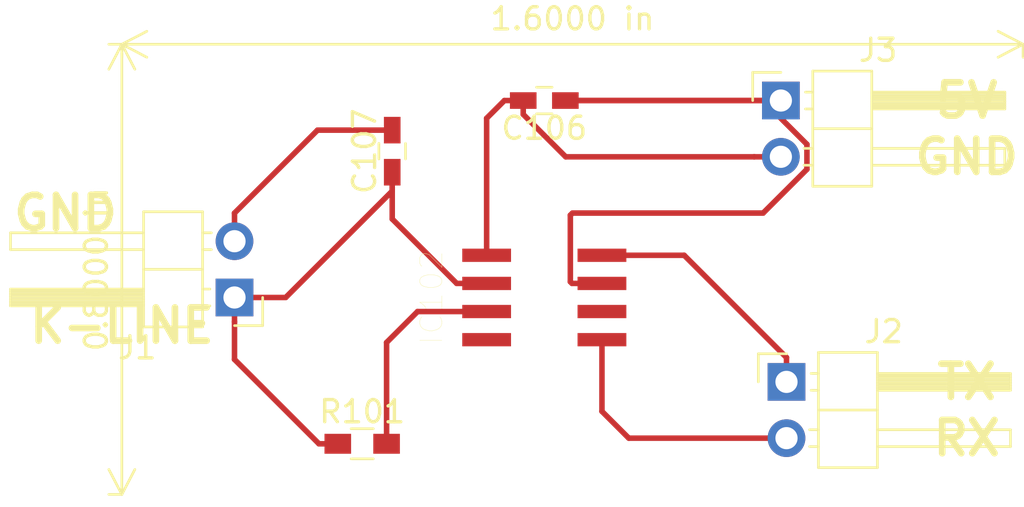
<source format=kicad_pcb>
(kicad_pcb (version 20171130) (host pcbnew "(5.1.5)-3")

  (general
    (thickness 1.6)
    (drawings 8)
    (tracks 39)
    (zones 0)
    (modules 7)
    (nets 10)
  )

  (page User 132.004 110.007)
  (title_block
    (title "K-Line Board")
    (date 2020-02-04)
    (rev 1.0Beta)
  )

  (layers
    (0 F.Cu signal)
    (31 B.Cu signal)
    (32 B.Adhes user)
    (33 F.Adhes user)
    (34 B.Paste user)
    (35 F.Paste user)
    (36 B.SilkS user)
    (37 F.SilkS user)
    (38 B.Mask user)
    (39 F.Mask user)
    (40 Dwgs.User user)
    (41 Cmts.User user)
    (42 Eco1.User user)
    (43 Eco2.User user)
    (44 Edge.Cuts user)
    (45 Margin user)
    (46 B.CrtYd user)
    (47 F.CrtYd user)
    (48 B.Fab user)
    (49 F.Fab user)
  )

  (setup
    (last_trace_width 0.25)
    (trace_clearance 0.2)
    (zone_clearance 0.508)
    (zone_45_only no)
    (trace_min 0.2)
    (via_size 0.8)
    (via_drill 0.4)
    (via_min_size 0.4)
    (via_min_drill 0.3)
    (uvia_size 0.3)
    (uvia_drill 0.1)
    (uvias_allowed no)
    (uvia_min_size 0.2)
    (uvia_min_drill 0.1)
    (edge_width 0.05)
    (segment_width 0.2)
    (pcb_text_width 0.3)
    (pcb_text_size 1.5 1.5)
    (mod_edge_width 0.12)
    (mod_text_size 1 1)
    (mod_text_width 0.15)
    (pad_size 1.524 1.524)
    (pad_drill 0.762)
    (pad_to_mask_clearance 0.051)
    (solder_mask_min_width 0.25)
    (aux_axis_origin 0 0)
    (visible_elements 7FFFFFFF)
    (pcbplotparams
      (layerselection 0x010fc_ffffffff)
      (usegerberextensions false)
      (usegerberattributes false)
      (usegerberadvancedattributes false)
      (creategerberjobfile false)
      (excludeedgelayer true)
      (linewidth 0.100000)
      (plotframeref false)
      (viasonmask false)
      (mode 1)
      (useauxorigin false)
      (hpglpennumber 1)
      (hpglpenspeed 20)
      (hpglpendiameter 15.000000)
      (psnegative false)
      (psa4output false)
      (plotreference true)
      (plotvalue true)
      (plotinvisibletext false)
      (padsonsilk false)
      (subtractmaskfromsilk false)
      (outputformat 1)
      (mirror false)
      (drillshape 1)
      (scaleselection 1)
      (outputdirectory ""))
  )

  (net 0 "")
  (net 1 /K-LINE)
  (net 2 "Net-(IC102-Pad2)")
  (net 3 /VIN)
  (net 4 /RXD)
  (net 5 /TXD)
  (net 6 "Net-(IC102-Pad8)")
  (net 7 /GND)
  (net 8 "Net-(C107-Pad2)")
  (net 9 /5V)

  (net_class Default "This is the default net class."
    (clearance 0.2)
    (trace_width 0.25)
    (via_dia 0.8)
    (via_drill 0.4)
    (uvia_dia 0.3)
    (uvia_drill 0.1)
    (add_net /5V)
    (add_net /GND)
    (add_net /K-LINE)
    (add_net /RXD)
    (add_net /TXD)
    (add_net /VIN)
    (add_net "Net-(C107-Pad2)")
    (add_net "Net-(IC102-Pad2)")
    (add_net "Net-(IC102-Pad8)")
  )

  (module Resistors_SMD:R_0603_HandSoldering (layer F.Cu) (tedit 58E0A804) (tstamp 5E37DBBC)
    (at 60.368 45.974)
    (descr "Resistor SMD 0603, hand soldering")
    (tags "resistor 0603")
    (path /5E383EC1)
    (attr smd)
    (fp_text reference R101 (at 0 -1.45) (layer F.SilkS)
      (effects (font (size 1 1) (thickness 0.15)))
    )
    (fp_text value 510ohms (at 0 1.55) (layer F.Fab)
      (effects (font (size 1 1) (thickness 0.15)))
    )
    (fp_text user %R (at -0.17 0) (layer F.Fab)
      (effects (font (size 0.4 0.4) (thickness 0.075)))
    )
    (fp_line (start -0.8 0.4) (end -0.8 -0.4) (layer F.Fab) (width 0.1))
    (fp_line (start 0.8 0.4) (end -0.8 0.4) (layer F.Fab) (width 0.1))
    (fp_line (start 0.8 -0.4) (end 0.8 0.4) (layer F.Fab) (width 0.1))
    (fp_line (start -0.8 -0.4) (end 0.8 -0.4) (layer F.Fab) (width 0.1))
    (fp_line (start 0.5 0.68) (end -0.5 0.68) (layer F.SilkS) (width 0.12))
    (fp_line (start -0.5 -0.68) (end 0.5 -0.68) (layer F.SilkS) (width 0.12))
    (fp_line (start -1.96 -0.7) (end 1.95 -0.7) (layer F.CrtYd) (width 0.05))
    (fp_line (start -1.96 -0.7) (end -1.96 0.7) (layer F.CrtYd) (width 0.05))
    (fp_line (start 1.95 0.7) (end 1.95 -0.7) (layer F.CrtYd) (width 0.05))
    (fp_line (start 1.95 0.7) (end -1.96 0.7) (layer F.CrtYd) (width 0.05))
    (pad 1 smd rect (at -1.1 0) (size 1.2 0.9) (layers F.Cu F.Paste F.Mask)
      (net 1 /K-LINE))
    (pad 2 smd rect (at 1.1 0) (size 1.2 0.9) (layers F.Cu F.Paste F.Mask)
      (net 3 /VIN))
    (model ${KISYS3DMOD}/Resistors_SMD.3dshapes/R_0603.wrl
      (at (xyz 0 0 0))
      (scale (xyz 1 1 1))
      (rotate (xyz 0 0 0))
    )
  )

  (module Capacitors_SMD:C_0603_HandSoldering (layer F.Cu) (tedit 58AA848B) (tstamp 5E37DB9A)
    (at 61.722 32.766 90)
    (descr "Capacitor SMD 0603, hand soldering")
    (tags "capacitor 0603")
    (path /5E3892A6)
    (attr smd)
    (fp_text reference C107 (at 0 -1.25 90) (layer F.SilkS)
      (effects (font (size 1 1) (thickness 0.15)))
    )
    (fp_text value 10nf (at 0 1.5 90) (layer F.Fab)
      (effects (font (size 1 1) (thickness 0.15)))
    )
    (fp_text user %R (at 0 -1.25 90) (layer F.Fab)
      (effects (font (size 1 1) (thickness 0.15)))
    )
    (fp_line (start -0.8 0.4) (end -0.8 -0.4) (layer F.Fab) (width 0.1))
    (fp_line (start 0.8 0.4) (end -0.8 0.4) (layer F.Fab) (width 0.1))
    (fp_line (start 0.8 -0.4) (end 0.8 0.4) (layer F.Fab) (width 0.1))
    (fp_line (start -0.8 -0.4) (end 0.8 -0.4) (layer F.Fab) (width 0.1))
    (fp_line (start -0.35 -0.6) (end 0.35 -0.6) (layer F.SilkS) (width 0.12))
    (fp_line (start 0.35 0.6) (end -0.35 0.6) (layer F.SilkS) (width 0.12))
    (fp_line (start -1.8 -0.65) (end 1.8 -0.65) (layer F.CrtYd) (width 0.05))
    (fp_line (start -1.8 -0.65) (end -1.8 0.65) (layer F.CrtYd) (width 0.05))
    (fp_line (start 1.8 0.65) (end 1.8 -0.65) (layer F.CrtYd) (width 0.05))
    (fp_line (start 1.8 0.65) (end -1.8 0.65) (layer F.CrtYd) (width 0.05))
    (pad 1 smd rect (at -0.95 0 90) (size 1.2 0.75) (layers F.Cu F.Paste F.Mask)
      (net 1 /K-LINE))
    (pad 2 smd rect (at 0.95 0 90) (size 1.2 0.75) (layers F.Cu F.Paste F.Mask)
      (net 8 "Net-(C107-Pad2)"))
    (model Capacitors_SMD.3dshapes/C_0603.wrl
      (at (xyz 0 0 0))
      (scale (xyz 1 1 1))
      (rotate (xyz 0 0 0))
    )
  )

  (module Capacitors_SMD:C_0603_HandSoldering (layer F.Cu) (tedit 58AA848B) (tstamp 5E37DB97)
    (at 68.58 30.48 180)
    (descr "Capacitor SMD 0603, hand soldering")
    (tags "capacitor 0603")
    (path /5E38533E)
    (attr smd)
    (fp_text reference C106 (at 0 -1.25) (layer F.SilkS)
      (effects (font (size 1 1) (thickness 0.15)))
    )
    (fp_text value 10nf (at 0 1.5) (layer F.Fab)
      (effects (font (size 1 1) (thickness 0.15)))
    )
    (fp_text user %R (at 0 -1.25) (layer F.Fab)
      (effects (font (size 1 1) (thickness 0.15)))
    )
    (fp_line (start -0.8 0.4) (end -0.8 -0.4) (layer F.Fab) (width 0.1))
    (fp_line (start 0.8 0.4) (end -0.8 0.4) (layer F.Fab) (width 0.1))
    (fp_line (start 0.8 -0.4) (end 0.8 0.4) (layer F.Fab) (width 0.1))
    (fp_line (start -0.8 -0.4) (end 0.8 -0.4) (layer F.Fab) (width 0.1))
    (fp_line (start -0.35 -0.6) (end 0.35 -0.6) (layer F.SilkS) (width 0.12))
    (fp_line (start 0.35 0.6) (end -0.35 0.6) (layer F.SilkS) (width 0.12))
    (fp_line (start -1.8 -0.65) (end 1.8 -0.65) (layer F.CrtYd) (width 0.05))
    (fp_line (start -1.8 -0.65) (end -1.8 0.65) (layer F.CrtYd) (width 0.05))
    (fp_line (start 1.8 0.65) (end 1.8 -0.65) (layer F.CrtYd) (width 0.05))
    (fp_line (start 1.8 0.65) (end -1.8 0.65) (layer F.CrtYd) (width 0.05))
    (pad 1 smd rect (at -0.95 0 180) (size 1.2 0.75) (layers F.Cu F.Paste F.Mask)
      (net 9 /5V))
    (pad 2 smd rect (at 0.95 0 180) (size 1.2 0.75) (layers F.Cu F.Paste F.Mask)
      (net 7 /GND))
    (model Capacitors_SMD.3dshapes/C_0603.wrl
      (at (xyz 0 0 0))
      (scale (xyz 1 1 1))
      (rotate (xyz 0 0 0))
    )
  )

  (module L9637D:SO08 (layer F.Cu) (tedit 5E37D563) (tstamp 5E37DBB9)
    (at 68.58 39.37 90)
    (descr "<b>SMALL OUTLINE INTEGRATED CIRCUIT</b><p>body 3.9 mm/JEDEC MS-012AA")
    (path /5E37D758)
    (fp_text reference IC102 (at 0 -5.08 270) (layer F.SilkS)
      (effects (font (size 1.001433 1.001433) (thickness 0.015)))
    )
    (fp_text value L9637D (at 0 5.08 270) (layer F.Fab)
      (effects (font (size 1.000181 1.000181) (thickness 0.015)))
    )
    (fp_line (start -2.9 -3.9) (end 2.9 -3.9) (layer F.CrtYd) (width 0.1998))
    (fp_line (start 2.9 -3.9) (end 2.9 3.9) (layer F.CrtYd) (width 0.1998))
    (fp_line (start 2.9 3.9) (end -2.9 3.9) (layer F.CrtYd) (width 0.1998))
    (fp_line (start -2.9 3.9) (end -2.9 -3.9) (layer F.CrtYd) (width 0.1998))
    (fp_line (start 2.4 -1.9) (end 2.4 1.4) (layer F.Fab) (width 0.2032))
    (fp_line (start 2.4 1.4) (end 2.4 1.9) (layer F.Fab) (width 0.2032))
    (fp_line (start 2.4 1.9) (end -2.4 1.9) (layer F.Fab) (width 0.2032))
    (fp_line (start -2.4 1.9) (end -2.4 1.4) (layer F.Fab) (width 0.2032))
    (fp_line (start -2.4 1.4) (end -2.4 -1.9) (layer F.Fab) (width 0.2032))
    (fp_line (start -2.4 -1.9) (end 2.4 -1.9) (layer F.Fab) (width 0.2032))
    (fp_line (start 2.4 1.4) (end -2.4 1.4) (layer F.Fab) (width 0.2032))
    (fp_poly (pts (xy -2.15184 2) (xy -1.6599 2) (xy -1.6599 3.10261) (xy -2.15184 3.10261)) (layer F.Fab) (width 0.01))
    (fp_poly (pts (xy -0.88135 2) (xy -0.3899 2) (xy -0.3899 3.1045) (xy -0.88135 3.1045)) (layer F.Fab) (width 0.01))
    (fp_poly (pts (xy 0.39014 2) (xy 0.8801 2) (xy 0.8801 3.10201) (xy 0.39014 3.10201)) (layer F.Fab) (width 0.01))
    (fp_poly (pts (xy 1.66282 2) (xy 2.1501 2) (xy 2.1501 3.10556) (xy 1.66282 3.10556)) (layer F.Fab) (width 0.01))
    (fp_poly (pts (xy 1.66099 -3.1001) (xy 2.1501 -3.1001) (xy 2.1501 -2.00131) (xy 1.66099 -2.00131)) (layer F.Fab) (width 0.01))
    (fp_poly (pts (xy 0.390589 -3.1001) (xy 0.8801 -3.1001) (xy 0.8801 -2.00354) (xy 0.390589 -2.00354)) (layer F.Fab) (width 0.01))
    (fp_poly (pts (xy -0.881445 -3.1001) (xy -0.3899 -3.1001) (xy -0.3899 -2.00306) (xy -0.881445 -2.00306)) (layer F.Fab) (width 0.01))
    (fp_poly (pts (xy -2.151 -3.1001) (xy -1.6599 -3.1001) (xy -1.6599 -2.00084) (xy -2.151 -2.00084)) (layer F.Fab) (width 0.01))
    (pad 2 smd rect (at -0.635 2.6 90) (size 0.6 2.2) (layers F.Cu F.Paste F.Mask)
      (net 2 "Net-(IC102-Pad2)"))
    (pad 7 smd rect (at -0.635 -2.6 90) (size 0.6 2.2) (layers F.Cu F.Paste F.Mask)
      (net 3 /VIN))
    (pad 1 smd rect (at -1.905 2.6 90) (size 0.6 2.2) (layers F.Cu F.Paste F.Mask)
      (net 4 /RXD))
    (pad 3 smd rect (at 0.635 2.6 90) (size 0.6 2.2) (layers F.Cu F.Paste F.Mask)
      (net 9 /5V))
    (pad 4 smd rect (at 1.905 2.6 90) (size 0.6 2.2) (layers F.Cu F.Paste F.Mask)
      (net 5 /TXD))
    (pad 8 smd rect (at -1.905 -2.6 90) (size 0.6 2.2) (layers F.Cu F.Paste F.Mask)
      (net 6 "Net-(IC102-Pad8)"))
    (pad 6 smd rect (at 0.635 -2.6 90) (size 0.6 2.2) (layers F.Cu F.Paste F.Mask)
      (net 1 /K-LINE))
    (pad 5 smd rect (at 1.905 -2.6 90) (size 0.6 2.2) (layers F.Cu F.Paste F.Mask)
      (net 7 /GND))
  )

  (module Pin_Headers:Pin_Header_Angled_1x02_Pitch2.54mm (layer F.Cu) (tedit 59650532) (tstamp 5E38096F)
    (at 54.61 39.37 180)
    (descr "Through hole angled pin header, 1x02, 2.54mm pitch, 6mm pin length, single row")
    (tags "Through hole angled pin header THT 1x02 2.54mm single row")
    (path /5E392754)
    (fp_text reference J1 (at 4.385 -2.27) (layer F.SilkS)
      (effects (font (size 1 1) (thickness 0.15)))
    )
    (fp_text value K-Line (at 4.385 4.81) (layer F.Fab)
      (effects (font (size 1 1) (thickness 0.15)))
    )
    (fp_text user %R (at 2.77 1.27 90) (layer F.Fab)
      (effects (font (size 1 1) (thickness 0.15)))
    )
    (fp_line (start 10.55 -1.8) (end -1.8 -1.8) (layer F.CrtYd) (width 0.05))
    (fp_line (start 10.55 4.35) (end 10.55 -1.8) (layer F.CrtYd) (width 0.05))
    (fp_line (start -1.8 4.35) (end 10.55 4.35) (layer F.CrtYd) (width 0.05))
    (fp_line (start -1.8 -1.8) (end -1.8 4.35) (layer F.CrtYd) (width 0.05))
    (fp_line (start -1.27 -1.27) (end 0 -1.27) (layer F.SilkS) (width 0.12))
    (fp_line (start -1.27 0) (end -1.27 -1.27) (layer F.SilkS) (width 0.12))
    (fp_line (start 1.042929 2.92) (end 1.44 2.92) (layer F.SilkS) (width 0.12))
    (fp_line (start 1.042929 2.16) (end 1.44 2.16) (layer F.SilkS) (width 0.12))
    (fp_line (start 10.1 2.92) (end 4.1 2.92) (layer F.SilkS) (width 0.12))
    (fp_line (start 10.1 2.16) (end 10.1 2.92) (layer F.SilkS) (width 0.12))
    (fp_line (start 4.1 2.16) (end 10.1 2.16) (layer F.SilkS) (width 0.12))
    (fp_line (start 1.44 1.27) (end 4.1 1.27) (layer F.SilkS) (width 0.12))
    (fp_line (start 1.11 0.38) (end 1.44 0.38) (layer F.SilkS) (width 0.12))
    (fp_line (start 1.11 -0.38) (end 1.44 -0.38) (layer F.SilkS) (width 0.12))
    (fp_line (start 4.1 0.28) (end 10.1 0.28) (layer F.SilkS) (width 0.12))
    (fp_line (start 4.1 0.16) (end 10.1 0.16) (layer F.SilkS) (width 0.12))
    (fp_line (start 4.1 0.04) (end 10.1 0.04) (layer F.SilkS) (width 0.12))
    (fp_line (start 4.1 -0.08) (end 10.1 -0.08) (layer F.SilkS) (width 0.12))
    (fp_line (start 4.1 -0.2) (end 10.1 -0.2) (layer F.SilkS) (width 0.12))
    (fp_line (start 4.1 -0.32) (end 10.1 -0.32) (layer F.SilkS) (width 0.12))
    (fp_line (start 10.1 0.38) (end 4.1 0.38) (layer F.SilkS) (width 0.12))
    (fp_line (start 10.1 -0.38) (end 10.1 0.38) (layer F.SilkS) (width 0.12))
    (fp_line (start 4.1 -0.38) (end 10.1 -0.38) (layer F.SilkS) (width 0.12))
    (fp_line (start 4.1 -1.33) (end 1.44 -1.33) (layer F.SilkS) (width 0.12))
    (fp_line (start 4.1 3.87) (end 4.1 -1.33) (layer F.SilkS) (width 0.12))
    (fp_line (start 1.44 3.87) (end 4.1 3.87) (layer F.SilkS) (width 0.12))
    (fp_line (start 1.44 -1.33) (end 1.44 3.87) (layer F.SilkS) (width 0.12))
    (fp_line (start 4.04 2.86) (end 10.04 2.86) (layer F.Fab) (width 0.1))
    (fp_line (start 10.04 2.22) (end 10.04 2.86) (layer F.Fab) (width 0.1))
    (fp_line (start 4.04 2.22) (end 10.04 2.22) (layer F.Fab) (width 0.1))
    (fp_line (start -0.32 2.86) (end 1.5 2.86) (layer F.Fab) (width 0.1))
    (fp_line (start -0.32 2.22) (end -0.32 2.86) (layer F.Fab) (width 0.1))
    (fp_line (start -0.32 2.22) (end 1.5 2.22) (layer F.Fab) (width 0.1))
    (fp_line (start 4.04 0.32) (end 10.04 0.32) (layer F.Fab) (width 0.1))
    (fp_line (start 10.04 -0.32) (end 10.04 0.32) (layer F.Fab) (width 0.1))
    (fp_line (start 4.04 -0.32) (end 10.04 -0.32) (layer F.Fab) (width 0.1))
    (fp_line (start -0.32 0.32) (end 1.5 0.32) (layer F.Fab) (width 0.1))
    (fp_line (start -0.32 -0.32) (end -0.32 0.32) (layer F.Fab) (width 0.1))
    (fp_line (start -0.32 -0.32) (end 1.5 -0.32) (layer F.Fab) (width 0.1))
    (fp_line (start 1.5 -0.635) (end 2.135 -1.27) (layer F.Fab) (width 0.1))
    (fp_line (start 1.5 3.81) (end 1.5 -0.635) (layer F.Fab) (width 0.1))
    (fp_line (start 4.04 3.81) (end 1.5 3.81) (layer F.Fab) (width 0.1))
    (fp_line (start 4.04 -1.27) (end 4.04 3.81) (layer F.Fab) (width 0.1))
    (fp_line (start 2.135 -1.27) (end 4.04 -1.27) (layer F.Fab) (width 0.1))
    (pad 2 thru_hole oval (at 0 2.54 180) (size 1.7 1.7) (drill 1) (layers *.Cu *.Mask)
      (net 8 "Net-(C107-Pad2)"))
    (pad 1 thru_hole rect (at 0 0 180) (size 1.7 1.7) (drill 1) (layers *.Cu *.Mask)
      (net 1 /K-LINE))
    (model ${KISYS3DMOD}/Pin_Headers.3dshapes/Pin_Header_Angled_1x02_Pitch2.54mm.wrl
      (at (xyz 0 0 0))
      (scale (xyz 1 1 1))
      (rotate (xyz 0 0 0))
    )
  )

  (module Pin_Headers:Pin_Header_Angled_1x02_Pitch2.54mm (layer F.Cu) (tedit 59650532) (tstamp 5E3810A4)
    (at 79.502 43.18)
    (descr "Through hole angled pin header, 1x02, 2.54mm pitch, 6mm pin length, single row")
    (tags "Through hole angled pin header THT 1x02 2.54mm single row")
    (path /5E392AF8)
    (fp_text reference J2 (at 4.385 -2.27) (layer F.SilkS)
      (effects (font (size 1 1) (thickness 0.15)))
    )
    (fp_text value TX/RX (at 4.385 4.81) (layer F.Fab)
      (effects (font (size 1 1) (thickness 0.15)))
    )
    (fp_text user %R (at 2.77 1.27 90) (layer F.Fab)
      (effects (font (size 1 1) (thickness 0.15)))
    )
    (fp_line (start 10.55 -1.8) (end -1.8 -1.8) (layer F.CrtYd) (width 0.05))
    (fp_line (start 10.55 4.35) (end 10.55 -1.8) (layer F.CrtYd) (width 0.05))
    (fp_line (start -1.8 4.35) (end 10.55 4.35) (layer F.CrtYd) (width 0.05))
    (fp_line (start -1.8 -1.8) (end -1.8 4.35) (layer F.CrtYd) (width 0.05))
    (fp_line (start -1.27 -1.27) (end 0 -1.27) (layer F.SilkS) (width 0.12))
    (fp_line (start -1.27 0) (end -1.27 -1.27) (layer F.SilkS) (width 0.12))
    (fp_line (start 1.042929 2.92) (end 1.44 2.92) (layer F.SilkS) (width 0.12))
    (fp_line (start 1.042929 2.16) (end 1.44 2.16) (layer F.SilkS) (width 0.12))
    (fp_line (start 10.1 2.92) (end 4.1 2.92) (layer F.SilkS) (width 0.12))
    (fp_line (start 10.1 2.16) (end 10.1 2.92) (layer F.SilkS) (width 0.12))
    (fp_line (start 4.1 2.16) (end 10.1 2.16) (layer F.SilkS) (width 0.12))
    (fp_line (start 1.44 1.27) (end 4.1 1.27) (layer F.SilkS) (width 0.12))
    (fp_line (start 1.11 0.38) (end 1.44 0.38) (layer F.SilkS) (width 0.12))
    (fp_line (start 1.11 -0.38) (end 1.44 -0.38) (layer F.SilkS) (width 0.12))
    (fp_line (start 4.1 0.28) (end 10.1 0.28) (layer F.SilkS) (width 0.12))
    (fp_line (start 4.1 0.16) (end 10.1 0.16) (layer F.SilkS) (width 0.12))
    (fp_line (start 4.1 0.04) (end 10.1 0.04) (layer F.SilkS) (width 0.12))
    (fp_line (start 4.1 -0.08) (end 10.1 -0.08) (layer F.SilkS) (width 0.12))
    (fp_line (start 4.1 -0.2) (end 10.1 -0.2) (layer F.SilkS) (width 0.12))
    (fp_line (start 4.1 -0.32) (end 10.1 -0.32) (layer F.SilkS) (width 0.12))
    (fp_line (start 10.1 0.38) (end 4.1 0.38) (layer F.SilkS) (width 0.12))
    (fp_line (start 10.1 -0.38) (end 10.1 0.38) (layer F.SilkS) (width 0.12))
    (fp_line (start 4.1 -0.38) (end 10.1 -0.38) (layer F.SilkS) (width 0.12))
    (fp_line (start 4.1 -1.33) (end 1.44 -1.33) (layer F.SilkS) (width 0.12))
    (fp_line (start 4.1 3.87) (end 4.1 -1.33) (layer F.SilkS) (width 0.12))
    (fp_line (start 1.44 3.87) (end 4.1 3.87) (layer F.SilkS) (width 0.12))
    (fp_line (start 1.44 -1.33) (end 1.44 3.87) (layer F.SilkS) (width 0.12))
    (fp_line (start 4.04 2.86) (end 10.04 2.86) (layer F.Fab) (width 0.1))
    (fp_line (start 10.04 2.22) (end 10.04 2.86) (layer F.Fab) (width 0.1))
    (fp_line (start 4.04 2.22) (end 10.04 2.22) (layer F.Fab) (width 0.1))
    (fp_line (start -0.32 2.86) (end 1.5 2.86) (layer F.Fab) (width 0.1))
    (fp_line (start -0.32 2.22) (end -0.32 2.86) (layer F.Fab) (width 0.1))
    (fp_line (start -0.32 2.22) (end 1.5 2.22) (layer F.Fab) (width 0.1))
    (fp_line (start 4.04 0.32) (end 10.04 0.32) (layer F.Fab) (width 0.1))
    (fp_line (start 10.04 -0.32) (end 10.04 0.32) (layer F.Fab) (width 0.1))
    (fp_line (start 4.04 -0.32) (end 10.04 -0.32) (layer F.Fab) (width 0.1))
    (fp_line (start -0.32 0.32) (end 1.5 0.32) (layer F.Fab) (width 0.1))
    (fp_line (start -0.32 -0.32) (end -0.32 0.32) (layer F.Fab) (width 0.1))
    (fp_line (start -0.32 -0.32) (end 1.5 -0.32) (layer F.Fab) (width 0.1))
    (fp_line (start 1.5 -0.635) (end 2.135 -1.27) (layer F.Fab) (width 0.1))
    (fp_line (start 1.5 3.81) (end 1.5 -0.635) (layer F.Fab) (width 0.1))
    (fp_line (start 4.04 3.81) (end 1.5 3.81) (layer F.Fab) (width 0.1))
    (fp_line (start 4.04 -1.27) (end 4.04 3.81) (layer F.Fab) (width 0.1))
    (fp_line (start 2.135 -1.27) (end 4.04 -1.27) (layer F.Fab) (width 0.1))
    (pad 2 thru_hole oval (at 0 2.54) (size 1.7 1.7) (drill 1) (layers *.Cu *.Mask)
      (net 4 /RXD))
    (pad 1 thru_hole rect (at 0 0) (size 1.7 1.7) (drill 1) (layers *.Cu *.Mask)
      (net 5 /TXD))
    (model ${KISYS3DMOD}/Pin_Headers.3dshapes/Pin_Header_Angled_1x02_Pitch2.54mm.wrl
      (at (xyz 0 0 0))
      (scale (xyz 1 1 1))
      (rotate (xyz 0 0 0))
    )
  )

  (module Pin_Headers:Pin_Header_Angled_1x02_Pitch2.54mm (layer F.Cu) (tedit 59650532) (tstamp 5E3809D5)
    (at 79.248 30.48)
    (descr "Through hole angled pin header, 1x02, 2.54mm pitch, 6mm pin length, single row")
    (tags "Through hole angled pin header THT 1x02 2.54mm single row")
    (path /5E3941C9)
    (fp_text reference J3 (at 4.385 -2.27) (layer F.SilkS)
      (effects (font (size 1 1) (thickness 0.15)))
    )
    (fp_text value 5V/GND (at 4.385 4.81) (layer F.Fab)
      (effects (font (size 1 1) (thickness 0.15)))
    )
    (fp_line (start 2.135 -1.27) (end 4.04 -1.27) (layer F.Fab) (width 0.1))
    (fp_line (start 4.04 -1.27) (end 4.04 3.81) (layer F.Fab) (width 0.1))
    (fp_line (start 4.04 3.81) (end 1.5 3.81) (layer F.Fab) (width 0.1))
    (fp_line (start 1.5 3.81) (end 1.5 -0.635) (layer F.Fab) (width 0.1))
    (fp_line (start 1.5 -0.635) (end 2.135 -1.27) (layer F.Fab) (width 0.1))
    (fp_line (start -0.32 -0.32) (end 1.5 -0.32) (layer F.Fab) (width 0.1))
    (fp_line (start -0.32 -0.32) (end -0.32 0.32) (layer F.Fab) (width 0.1))
    (fp_line (start -0.32 0.32) (end 1.5 0.32) (layer F.Fab) (width 0.1))
    (fp_line (start 4.04 -0.32) (end 10.04 -0.32) (layer F.Fab) (width 0.1))
    (fp_line (start 10.04 -0.32) (end 10.04 0.32) (layer F.Fab) (width 0.1))
    (fp_line (start 4.04 0.32) (end 10.04 0.32) (layer F.Fab) (width 0.1))
    (fp_line (start -0.32 2.22) (end 1.5 2.22) (layer F.Fab) (width 0.1))
    (fp_line (start -0.32 2.22) (end -0.32 2.86) (layer F.Fab) (width 0.1))
    (fp_line (start -0.32 2.86) (end 1.5 2.86) (layer F.Fab) (width 0.1))
    (fp_line (start 4.04 2.22) (end 10.04 2.22) (layer F.Fab) (width 0.1))
    (fp_line (start 10.04 2.22) (end 10.04 2.86) (layer F.Fab) (width 0.1))
    (fp_line (start 4.04 2.86) (end 10.04 2.86) (layer F.Fab) (width 0.1))
    (fp_line (start 1.44 -1.33) (end 1.44 3.87) (layer F.SilkS) (width 0.12))
    (fp_line (start 1.44 3.87) (end 4.1 3.87) (layer F.SilkS) (width 0.12))
    (fp_line (start 4.1 3.87) (end 4.1 -1.33) (layer F.SilkS) (width 0.12))
    (fp_line (start 4.1 -1.33) (end 1.44 -1.33) (layer F.SilkS) (width 0.12))
    (fp_line (start 4.1 -0.38) (end 10.1 -0.38) (layer F.SilkS) (width 0.12))
    (fp_line (start 10.1 -0.38) (end 10.1 0.38) (layer F.SilkS) (width 0.12))
    (fp_line (start 10.1 0.38) (end 4.1 0.38) (layer F.SilkS) (width 0.12))
    (fp_line (start 4.1 -0.32) (end 10.1 -0.32) (layer F.SilkS) (width 0.12))
    (fp_line (start 4.1 -0.2) (end 10.1 -0.2) (layer F.SilkS) (width 0.12))
    (fp_line (start 4.1 -0.08) (end 10.1 -0.08) (layer F.SilkS) (width 0.12))
    (fp_line (start 4.1 0.04) (end 10.1 0.04) (layer F.SilkS) (width 0.12))
    (fp_line (start 4.1 0.16) (end 10.1 0.16) (layer F.SilkS) (width 0.12))
    (fp_line (start 4.1 0.28) (end 10.1 0.28) (layer F.SilkS) (width 0.12))
    (fp_line (start 1.11 -0.38) (end 1.44 -0.38) (layer F.SilkS) (width 0.12))
    (fp_line (start 1.11 0.38) (end 1.44 0.38) (layer F.SilkS) (width 0.12))
    (fp_line (start 1.44 1.27) (end 4.1 1.27) (layer F.SilkS) (width 0.12))
    (fp_line (start 4.1 2.16) (end 10.1 2.16) (layer F.SilkS) (width 0.12))
    (fp_line (start 10.1 2.16) (end 10.1 2.92) (layer F.SilkS) (width 0.12))
    (fp_line (start 10.1 2.92) (end 4.1 2.92) (layer F.SilkS) (width 0.12))
    (fp_line (start 1.042929 2.16) (end 1.44 2.16) (layer F.SilkS) (width 0.12))
    (fp_line (start 1.042929 2.92) (end 1.44 2.92) (layer F.SilkS) (width 0.12))
    (fp_line (start -1.27 0) (end -1.27 -1.27) (layer F.SilkS) (width 0.12))
    (fp_line (start -1.27 -1.27) (end 0 -1.27) (layer F.SilkS) (width 0.12))
    (fp_line (start -1.8 -1.8) (end -1.8 4.35) (layer F.CrtYd) (width 0.05))
    (fp_line (start -1.8 4.35) (end 10.55 4.35) (layer F.CrtYd) (width 0.05))
    (fp_line (start 10.55 4.35) (end 10.55 -1.8) (layer F.CrtYd) (width 0.05))
    (fp_line (start 10.55 -1.8) (end -1.8 -1.8) (layer F.CrtYd) (width 0.05))
    (fp_text user %R (at 2.77 1.27 90) (layer F.Fab)
      (effects (font (size 1 1) (thickness 0.15)))
    )
    (pad 1 thru_hole rect (at 0 0) (size 1.7 1.7) (drill 1) (layers *.Cu *.Mask)
      (net 9 /5V))
    (pad 2 thru_hole oval (at 0 2.54) (size 1.7 1.7) (drill 1) (layers *.Cu *.Mask)
      (net 7 /GND))
    (model ${KISYS3DMOD}/Pin_Headers.3dshapes/Pin_Header_Angled_1x02_Pitch2.54mm.wrl
      (at (xyz 0 0 0))
      (scale (xyz 1 1 1))
      (rotate (xyz 0 0 0))
    )
  )

  (gr_text GND (at 46.99 35.56) (layer F.SilkS)
    (effects (font (size 1.5 1.5) (thickness 0.3)))
  )
  (gr_text K-LINE (at 49.53 40.64) (layer F.SilkS)
    (effects (font (size 1.5 1.5) (thickness 0.3)))
  )
  (gr_text GND (at 87.63 33.02) (layer F.SilkS)
    (effects (font (size 1.5 1.5) (thickness 0.3)))
  )
  (gr_text 5V (at 87.63 30.48) (layer F.SilkS)
    (effects (font (size 1.5 1.5) (thickness 0.3)))
  )
  (gr_text RX (at 87.63 45.72) (layer F.SilkS)
    (effects (font (size 1.5 1.5) (thickness 0.3)))
  )
  (gr_text "TX\n" (at 87.63 43.18) (layer F.SilkS)
    (effects (font (size 1.5 1.5) (thickness 0.3)))
  )
  (dimension 40.64 (width 0.12) (layer F.SilkS)
    (gr_text "40.640 mm" (at 69.85 29.21) (layer F.SilkS)
      (effects (font (size 1 1) (thickness 0.15)))
    )
    (feature1 (pts (xy 90.17 27.94) (xy 90.17 28.526421)))
    (feature2 (pts (xy 49.53 27.94) (xy 49.53 28.526421)))
    (crossbar (pts (xy 49.53 27.94) (xy 90.17 27.94)))
    (arrow1a (pts (xy 90.17 27.94) (xy 89.043496 28.526421)))
    (arrow1b (pts (xy 90.17 27.94) (xy 89.043496 27.353579)))
    (arrow2a (pts (xy 49.53 27.94) (xy 50.656504 28.526421)))
    (arrow2b (pts (xy 49.53 27.94) (xy 50.656504 27.353579)))
  )
  (dimension 20.32 (width 0.12) (layer F.SilkS)
    (gr_text "20.320 mm" (at 48.26 38.1 270) (layer F.SilkS)
      (effects (font (size 1 1) (thickness 0.15)))
    )
    (feature1 (pts (xy 49.53 48.26) (xy 48.943579 48.26)))
    (feature2 (pts (xy 49.53 27.94) (xy 48.943579 27.94)))
    (crossbar (pts (xy 49.53 27.94) (xy 49.53 48.26)))
    (arrow1a (pts (xy 49.53 48.26) (xy 48.943579 47.133496)))
    (arrow1b (pts (xy 49.53 48.26) (xy 50.116421 47.133496)))
    (arrow2a (pts (xy 49.53 27.94) (xy 48.943579 29.066504)))
    (arrow2b (pts (xy 49.53 27.94) (xy 50.116421 29.066504)))
  )

  (segment (start 54.61 40.47) (end 54.61 39.37) (width 0.25) (layer F.Cu) (net 1))
  (segment (start 54.61 42.166) (end 54.61 40.47) (width 0.25) (layer F.Cu) (net 1))
  (segment (start 58.418 45.974) (end 54.61 42.166) (width 0.25) (layer F.Cu) (net 1))
  (segment (start 59.268 45.974) (end 58.418 45.974) (width 0.25) (layer F.Cu) (net 1))
  (segment (start 61.722 34.566) (end 61.722 33.716) (width 0.25) (layer F.Cu) (net 1))
  (segment (start 56.918 39.37) (end 61.722 34.566) (width 0.25) (layer F.Cu) (net 1))
  (segment (start 54.61 39.37) (end 56.918 39.37) (width 0.25) (layer F.Cu) (net 1))
  (segment (start 64.63 38.735) (end 65.98 38.735) (width 0.25) (layer F.Cu) (net 1))
  (segment (start 61.722 35.827) (end 64.63 38.735) (width 0.25) (layer F.Cu) (net 1))
  (segment (start 61.722 33.716) (end 61.722 35.827) (width 0.25) (layer F.Cu) (net 1))
  (segment (start 65.98 40.005) (end 62.865 40.005) (width 0.25) (layer F.Cu) (net 3))
  (segment (start 61.468 41.402) (end 61.468 45.974) (width 0.25) (layer F.Cu) (net 3))
  (segment (start 62.865 40.005) (end 61.468 41.402) (width 0.25) (layer F.Cu) (net 3))
  (segment (start 71.18 41.275) (end 71.18 44.51) (width 0.25) (layer F.Cu) (net 4))
  (segment (start 72.39 45.72) (end 79.502 45.72) (width 0.25) (layer F.Cu) (net 4))
  (segment (start 71.18 44.51) (end 72.39 45.72) (width 0.25) (layer F.Cu) (net 4))
  (segment (start 79.502 42.08) (end 79.502 43.18) (width 0.25) (layer F.Cu) (net 5))
  (segment (start 74.887 37.465) (end 79.502 42.08) (width 0.25) (layer F.Cu) (net 5))
  (segment (start 71.18 37.465) (end 74.887 37.465) (width 0.25) (layer F.Cu) (net 5))
  (segment (start 66.78 30.48) (end 67.63 30.48) (width 0.25) (layer F.Cu) (net 7))
  (segment (start 65.98 31.28) (end 66.78 30.48) (width 0.25) (layer F.Cu) (net 7))
  (segment (start 65.98 37.465) (end 65.98 31.28) (width 0.25) (layer F.Cu) (net 7))
  (segment (start 78.045919 33.02) (end 79.248 33.02) (width 0.25) (layer F.Cu) (net 7))
  (segment (start 69.545 33.02) (end 78.045919 33.02) (width 0.25) (layer F.Cu) (net 7))
  (segment (start 67.63 31.105) (end 69.545 33.02) (width 0.25) (layer F.Cu) (net 7))
  (segment (start 67.63 30.48) (end 67.63 31.105) (width 0.25) (layer F.Cu) (net 7))
  (segment (start 54.61 36.83) (end 54.61 35.56) (width 0.25) (layer F.Cu) (net 8))
  (segment (start 58.354 31.816) (end 61.722 31.816) (width 0.25) (layer F.Cu) (net 8))
  (segment (start 54.61 35.56) (end 58.354 31.816) (width 0.25) (layer F.Cu) (net 8))
  (segment (start 69.53 30.48) (end 79.248 30.48) (width 0.25) (layer F.Cu) (net 9))
  (segment (start 80.423001 32.455999) (end 80.423001 33.584001) (width 0.25) (layer F.Cu) (net 9))
  (segment (start 69.53 30.48) (end 78.447002 30.48) (width 0.25) (layer F.Cu) (net 9))
  (segment (start 80.423001 33.584001) (end 78.447002 35.56) (width 0.25) (layer F.Cu) (net 9))
  (segment (start 78.447002 30.48) (end 80.423001 32.455999) (width 0.25) (layer F.Cu) (net 9))
  (segment (start 78.447002 35.56) (end 69.85 35.56) (width 0.25) (layer F.Cu) (net 9))
  (segment (start 69.83 38.735) (end 71.18 38.735) (width 0.25) (layer F.Cu) (net 9))
  (segment (start 69.754999 38.659999) (end 69.83 38.735) (width 0.25) (layer F.Cu) (net 9))
  (segment (start 69.754999 35.655001) (end 69.754999 38.659999) (width 0.25) (layer F.Cu) (net 9))
  (segment (start 69.85 35.56) (end 69.754999 35.655001) (width 0.25) (layer F.Cu) (net 9))

)

</source>
